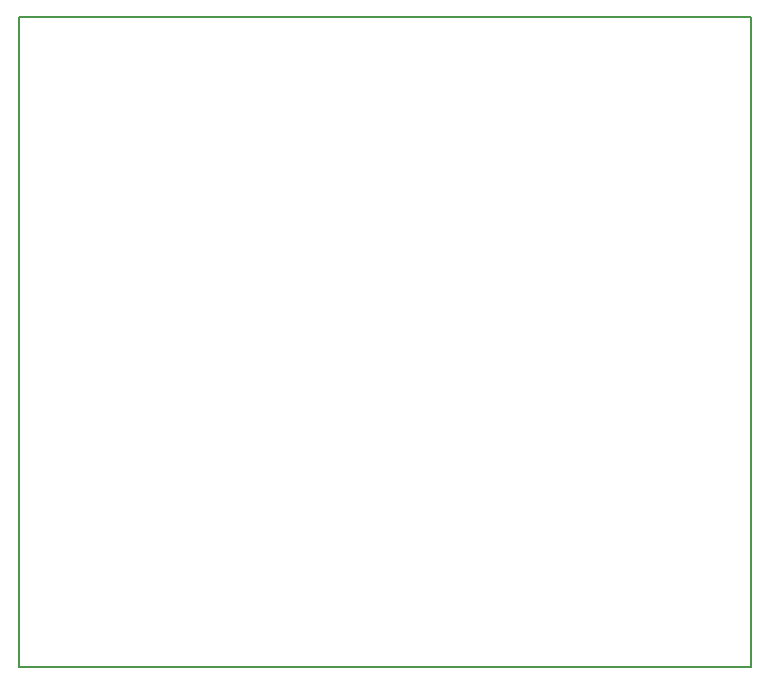
<source format=gbr>
G04 DipTrace 3.2.0.1*
G04 BoardOutline.gbr*
%MOIN*%
G04 #@! TF.FileFunction,Profile*
G04 #@! TF.Part,Single*
%ADD11C,0.005512*%
%FSLAX26Y26*%
G04*
G70*
G90*
G75*
G01*
G04 BoardOutline*
%LPD*%
X2834646Y2559055D2*
D11*
Y393701D1*
X393701D1*
Y2559055D1*
X2834646D1*
M02*

</source>
